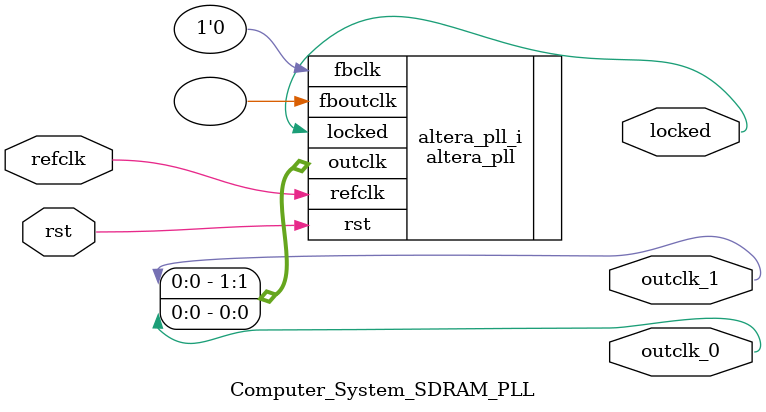
<source format=v>
`timescale 1ns/10ps
module  Computer_System_SDRAM_PLL(

	// interface 'refclk'
	input wire refclk,

	// interface 'reset'
	input wire rst,

	// interface 'outclk0'
	output wire outclk_0,

	// interface 'outclk1'
	output wire outclk_1,

	// interface 'locked'
	output wire locked
);

	altera_pll #(
		.fractional_vco_multiplier("false"),
		.reference_clock_frequency("100.0 MHz"),
		.operation_mode("direct"),
		.number_of_clocks(2),
		.output_clock_frequency0("143.000000 MHz"),
		.phase_shift0("0 ps"),
		.duty_cycle0(50),
		.output_clock_frequency1("143.000000 MHz"),
		.phase_shift1("5944 ps"),
		.duty_cycle1(50),
		.output_clock_frequency2("0 MHz"),
		.phase_shift2("0 ps"),
		.duty_cycle2(50),
		.output_clock_frequency3("0 MHz"),
		.phase_shift3("0 ps"),
		.duty_cycle3(50),
		.output_clock_frequency4("0 MHz"),
		.phase_shift4("0 ps"),
		.duty_cycle4(50),
		.output_clock_frequency5("0 MHz"),
		.phase_shift5("0 ps"),
		.duty_cycle5(50),
		.output_clock_frequency6("0 MHz"),
		.phase_shift6("0 ps"),
		.duty_cycle6(50),
		.output_clock_frequency7("0 MHz"),
		.phase_shift7("0 ps"),
		.duty_cycle7(50),
		.output_clock_frequency8("0 MHz"),
		.phase_shift8("0 ps"),
		.duty_cycle8(50),
		.output_clock_frequency9("0 MHz"),
		.phase_shift9("0 ps"),
		.duty_cycle9(50),
		.output_clock_frequency10("0 MHz"),
		.phase_shift10("0 ps"),
		.duty_cycle10(50),
		.output_clock_frequency11("0 MHz"),
		.phase_shift11("0 ps"),
		.duty_cycle11(50),
		.output_clock_frequency12("0 MHz"),
		.phase_shift12("0 ps"),
		.duty_cycle12(50),
		.output_clock_frequency13("0 MHz"),
		.phase_shift13("0 ps"),
		.duty_cycle13(50),
		.output_clock_frequency14("0 MHz"),
		.phase_shift14("0 ps"),
		.duty_cycle14(50),
		.output_clock_frequency15("0 MHz"),
		.phase_shift15("0 ps"),
		.duty_cycle15(50),
		.output_clock_frequency16("0 MHz"),
		.phase_shift16("0 ps"),
		.duty_cycle16(50),
		.output_clock_frequency17("0 MHz"),
		.phase_shift17("0 ps"),
		.duty_cycle17(50),
		.pll_type("General"),
		.pll_subtype("General")
	) altera_pll_i (
		.rst	(rst),
		.outclk	({outclk_1, outclk_0}),
		.locked	(locked),
		.fboutclk	( ),
		.fbclk	(1'b0),
		.refclk	(refclk)
	);
endmodule


</source>
